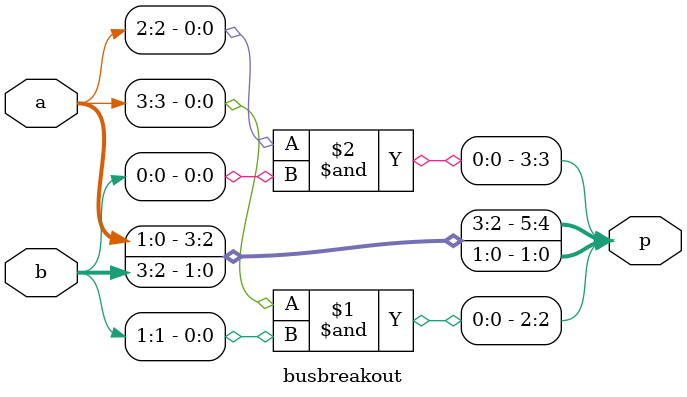
<source format=v>
module busbreakout (
input wire [3:0] a,
 input wire [3:0] b,
 output wire [5:0] p
 ) ;

 assign p = {a [1:0] , (a [2] & b [0]) , (a [3] & b [1]) , b [3:2]};

endmodule

</source>
